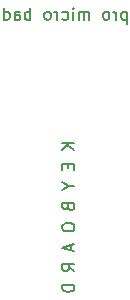
<source format=gbr>
G04 #@! TF.GenerationSoftware,KiCad,Pcbnew,(5.1.7)-1*
G04 #@! TF.CreationDate,2021-03-17T14:13:32-05:00*
G04 #@! TF.ProjectId,keyboard,6b657962-6f61-4726-942e-6b696361645f,rev?*
G04 #@! TF.SameCoordinates,Original*
G04 #@! TF.FileFunction,Legend,Bot*
G04 #@! TF.FilePolarity,Positive*
%FSLAX46Y46*%
G04 Gerber Fmt 4.6, Leading zero omitted, Abs format (unit mm)*
G04 Created by KiCad (PCBNEW (5.1.7)-1) date 2021-03-17 14:13:32*
%MOMM*%
%LPD*%
G01*
G04 APERTURE LIST*
%ADD10C,0.150000*%
G04 APERTURE END LIST*
D10*
X316552380Y-169338095D02*
X315552380Y-169338095D01*
X316552380Y-169909523D02*
X315980952Y-169480952D01*
X315552380Y-169909523D02*
X316123809Y-169338095D01*
X316028571Y-171100000D02*
X316028571Y-171433333D01*
X316552380Y-171576190D02*
X316552380Y-171100000D01*
X315552380Y-171100000D01*
X315552380Y-171576190D01*
X316076190Y-172957142D02*
X316552380Y-172957142D01*
X315552380Y-172623809D02*
X316076190Y-172957142D01*
X315552380Y-173290476D01*
X316028571Y-174719047D02*
X316076190Y-174861904D01*
X316123809Y-174909523D01*
X316219047Y-174957142D01*
X316361904Y-174957142D01*
X316457142Y-174909523D01*
X316504761Y-174861904D01*
X316552380Y-174766666D01*
X316552380Y-174385714D01*
X315552380Y-174385714D01*
X315552380Y-174719047D01*
X315600000Y-174814285D01*
X315647619Y-174861904D01*
X315742857Y-174909523D01*
X315838095Y-174909523D01*
X315933333Y-174861904D01*
X315980952Y-174814285D01*
X316028571Y-174719047D01*
X316028571Y-174385714D01*
X315552380Y-176338095D02*
X315552380Y-176528571D01*
X315600000Y-176623809D01*
X315695238Y-176719047D01*
X315885714Y-176766666D01*
X316219047Y-176766666D01*
X316409523Y-176719047D01*
X316504761Y-176623809D01*
X316552380Y-176528571D01*
X316552380Y-176338095D01*
X316504761Y-176242857D01*
X316409523Y-176147619D01*
X316219047Y-176100000D01*
X315885714Y-176100000D01*
X315695238Y-176147619D01*
X315600000Y-176242857D01*
X315552380Y-176338095D01*
X316266666Y-177909523D02*
X316266666Y-178385714D01*
X316552380Y-177814285D02*
X315552380Y-178147619D01*
X316552380Y-178480952D01*
X316552380Y-180147619D02*
X316076190Y-179814285D01*
X316552380Y-179576190D02*
X315552380Y-179576190D01*
X315552380Y-179957142D01*
X315600000Y-180052380D01*
X315647619Y-180100000D01*
X315742857Y-180147619D01*
X315885714Y-180147619D01*
X315980952Y-180100000D01*
X316028571Y-180052380D01*
X316076190Y-179957142D01*
X316076190Y-179576190D01*
X316552380Y-181338095D02*
X315552380Y-181338095D01*
X315552380Y-181576190D01*
X315600000Y-181719047D01*
X315695238Y-181814285D01*
X315790476Y-181861904D01*
X315980952Y-181909523D01*
X316123809Y-181909523D01*
X316314285Y-181861904D01*
X316409523Y-181814285D01*
X316504761Y-181719047D01*
X316552380Y-181576190D01*
X316552380Y-181338095D01*
X320990476Y-158185714D02*
X320990476Y-159185714D01*
X320990476Y-158233333D02*
X320895238Y-158185714D01*
X320704761Y-158185714D01*
X320609523Y-158233333D01*
X320561904Y-158280952D01*
X320514285Y-158376190D01*
X320514285Y-158661904D01*
X320561904Y-158757142D01*
X320609523Y-158804761D01*
X320704761Y-158852380D01*
X320895238Y-158852380D01*
X320990476Y-158804761D01*
X320085714Y-158852380D02*
X320085714Y-158185714D01*
X320085714Y-158376190D02*
X320038095Y-158280952D01*
X319990476Y-158233333D01*
X319895238Y-158185714D01*
X319800000Y-158185714D01*
X319323809Y-158852380D02*
X319419047Y-158804761D01*
X319466666Y-158757142D01*
X319514285Y-158661904D01*
X319514285Y-158376190D01*
X319466666Y-158280952D01*
X319419047Y-158233333D01*
X319323809Y-158185714D01*
X319180952Y-158185714D01*
X319085714Y-158233333D01*
X319038095Y-158280952D01*
X318990476Y-158376190D01*
X318990476Y-158661904D01*
X319038095Y-158757142D01*
X319085714Y-158804761D01*
X319180952Y-158852380D01*
X319323809Y-158852380D01*
X317800000Y-158852380D02*
X317800000Y-158185714D01*
X317800000Y-158280952D02*
X317752380Y-158233333D01*
X317657142Y-158185714D01*
X317514285Y-158185714D01*
X317419047Y-158233333D01*
X317371428Y-158328571D01*
X317371428Y-158852380D01*
X317371428Y-158328571D02*
X317323809Y-158233333D01*
X317228571Y-158185714D01*
X317085714Y-158185714D01*
X316990476Y-158233333D01*
X316942857Y-158328571D01*
X316942857Y-158852380D01*
X316466666Y-158852380D02*
X316466666Y-158185714D01*
X316466666Y-157852380D02*
X316514285Y-157900000D01*
X316466666Y-157947619D01*
X316419047Y-157900000D01*
X316466666Y-157852380D01*
X316466666Y-157947619D01*
X315561904Y-158804761D02*
X315657142Y-158852380D01*
X315847619Y-158852380D01*
X315942857Y-158804761D01*
X315990476Y-158757142D01*
X316038095Y-158661904D01*
X316038095Y-158376190D01*
X315990476Y-158280952D01*
X315942857Y-158233333D01*
X315847619Y-158185714D01*
X315657142Y-158185714D01*
X315561904Y-158233333D01*
X315133333Y-158852380D02*
X315133333Y-158185714D01*
X315133333Y-158376190D02*
X315085714Y-158280952D01*
X315038095Y-158233333D01*
X314942857Y-158185714D01*
X314847619Y-158185714D01*
X314371428Y-158852380D02*
X314466666Y-158804761D01*
X314514285Y-158757142D01*
X314561904Y-158661904D01*
X314561904Y-158376190D01*
X314514285Y-158280952D01*
X314466666Y-158233333D01*
X314371428Y-158185714D01*
X314228571Y-158185714D01*
X314133333Y-158233333D01*
X314085714Y-158280952D01*
X314038095Y-158376190D01*
X314038095Y-158661904D01*
X314085714Y-158757142D01*
X314133333Y-158804761D01*
X314228571Y-158852380D01*
X314371428Y-158852380D01*
X312847619Y-158852380D02*
X312847619Y-157852380D01*
X312847619Y-158233333D02*
X312752380Y-158185714D01*
X312561904Y-158185714D01*
X312466666Y-158233333D01*
X312419047Y-158280952D01*
X312371428Y-158376190D01*
X312371428Y-158661904D01*
X312419047Y-158757142D01*
X312466666Y-158804761D01*
X312561904Y-158852380D01*
X312752380Y-158852380D01*
X312847619Y-158804761D01*
X311514285Y-158852380D02*
X311514285Y-158328571D01*
X311561904Y-158233333D01*
X311657142Y-158185714D01*
X311847619Y-158185714D01*
X311942857Y-158233333D01*
X311514285Y-158804761D02*
X311609523Y-158852380D01*
X311847619Y-158852380D01*
X311942857Y-158804761D01*
X311990476Y-158709523D01*
X311990476Y-158614285D01*
X311942857Y-158519047D01*
X311847619Y-158471428D01*
X311609523Y-158471428D01*
X311514285Y-158423809D01*
X310609523Y-158852380D02*
X310609523Y-157852380D01*
X310609523Y-158804761D02*
X310704761Y-158852380D01*
X310895238Y-158852380D01*
X310990476Y-158804761D01*
X311038095Y-158757142D01*
X311085714Y-158661904D01*
X311085714Y-158376190D01*
X311038095Y-158280952D01*
X310990476Y-158233333D01*
X310895238Y-158185714D01*
X310704761Y-158185714D01*
X310609523Y-158233333D01*
M02*

</source>
